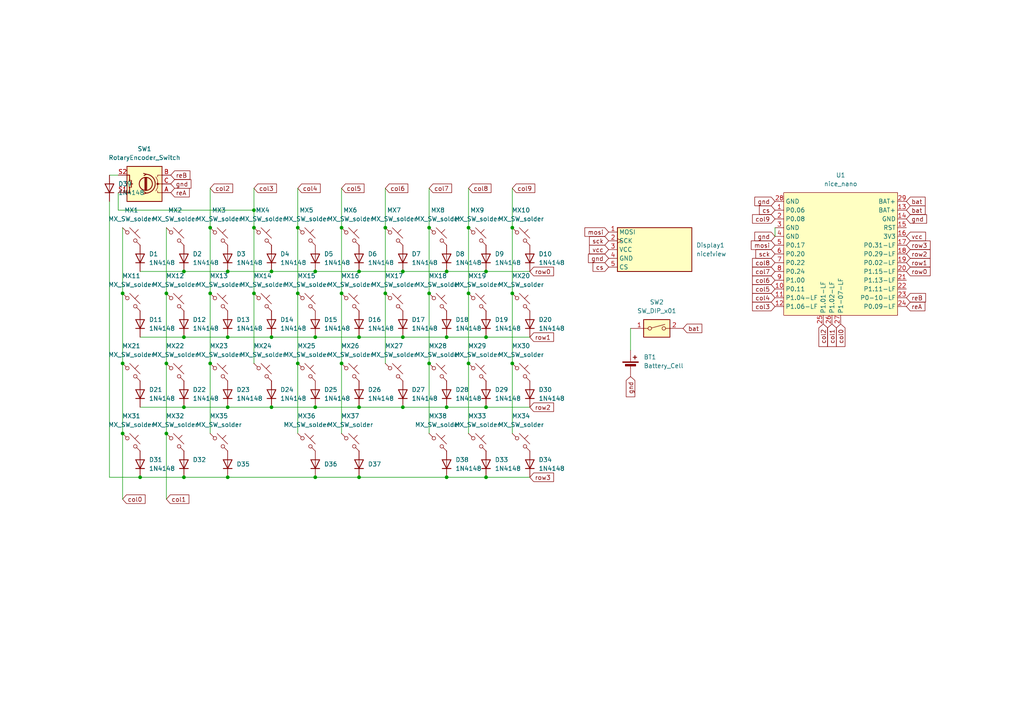
<source format=kicad_sch>
(kicad_sch (version 20230121) (generator eeschema)
  (paper "A4")
  (lib_symbols
    (symbol "Device:Battery_Cell" (pin_numbers hide) (pin_names (offset 0) hide)
      (property "Reference" "BT" (at 2.54 2.54 0))
      (property "Value" "Battery_Cell" (at 2.54 0 0))
      (symbol "Battery_Cell_0_1"
        (rectangle (start -2.286 1.778) (end 2.286 1.524) (fill (type outline)))
        (rectangle (start -1.524 1.016) (end 1.524 0.508) (fill (type outline)))
        (polyline (pts (xy 0 0.762) (xy 0 0)))
        (polyline (pts (xy 0 1.778) (xy 0 2.54)))
        (polyline (pts (xy 0.762 3.048) (xy 1.778 3.048)) (stroke (width 0.254)))
        (polyline (pts (xy 1.27 3.556) (xy 1.27 2.54)) (stroke (width 0.254)))
      )
      (symbol "Battery_Cell_1_1"
        (pin passive line (at 0 5.08 270) (length 2.54) (name "+") (number "1"))
        (pin passive line (at 0 -2.54 90) (length 2.54) (name "-") (number "2"))
      )
    )
    (symbol "Device:RotaryEncoder_Switch" (pin_names (offset 0.254) hide)
      (property "Reference" "SW" (at 0 6.604 0))
      (property "Value" "RotaryEncoder_Switch" (at 0 -6.604 0))
      (symbol "RotaryEncoder_Switch_0_1"
        (rectangle (start -5.08 5.08) (end 5.08 -5.08) (stroke (width 0.254)) (fill (type background)))
        (circle (center -3.81 0) (radius 0.254) (fill (type outline)))
        (circle (center -0.381 0) (radius 1.905) (stroke (width 0.254)))
        (arc (start -0.381 2.667) (mid -3.0988 -0.0635) (end -0.381 -2.794) (stroke (width 0.254)))
        (polyline (pts (xy -0.635 -1.778) (xy -0.635 1.778)) (stroke (width 0.254)))
        (polyline (pts (xy -0.381 -1.778) (xy -0.381 1.778)) (stroke (width 0.254)))
        (polyline (pts (xy -0.127 1.778) (xy -0.127 -1.778)) (stroke (width 0.254)))
        (polyline (pts (xy 3.81 0) (xy 3.429 0)) (stroke (width 0.254)))
        (polyline (pts (xy 3.81 1.016) (xy 3.81 -1.016)) (stroke (width 0.254)))
        (polyline (pts (xy -5.08 -2.54) (xy -3.81 -2.54) (xy -3.81 -2.032)))
        (polyline (pts (xy -5.08 2.54) (xy -3.81 2.54) (xy -3.81 2.032)))
        (polyline (pts (xy 0.254 -3.048) (xy -0.508 -2.794) (xy 0.127 -2.413)) (stroke (width 0.254)))
        (polyline (pts (xy 0.254 2.921) (xy -0.508 2.667) (xy 0.127 2.286)) (stroke (width 0.254)))
        (polyline (pts (xy 5.08 -2.54) (xy 4.318 -2.54) (xy 4.318 -1.016)) (stroke (width 0.254)))
        (polyline (pts (xy 5.08 2.54) (xy 4.318 2.54) (xy 4.318 1.016)) (stroke (width 0.254)))
        (polyline (pts (xy -5.08 0) (xy -3.81 0) (xy -3.81 -1.016) (xy -3.302 -2.032)))
        (polyline (pts (xy -4.318 0) (xy -3.81 0) (xy -3.81 1.016) (xy -3.302 2.032)))
        (circle (center 4.318 -1.016) (radius 0.127) (stroke (width 0.254)))
        (circle (center 4.318 1.016) (radius 0.127) (stroke (width 0.254)))
      )
      (symbol "RotaryEncoder_Switch_1_1"
        (pin passive line (at -7.62 2.54 0) (length 2.54) (name "A") (number "A"))
        (pin passive line (at -7.62 -2.54 0) (length 2.54) (name "B") (number "B"))
        (pin passive line (at -7.62 0 0) (length 2.54) (name "C") (number "C"))
        (pin passive line (at 7.62 2.54 180) (length 2.54) (name "S1") (number "S1"))
        (pin passive line (at 7.62 -2.54 180) (length 2.54) (name "S2") (number "S2"))
      )
    )
    (symbol "Diode:1N4148" (pin_numbers hide) (pin_names hide)
      (property "Reference" "D" (at 0 2.54 0))
      (property "Value" "1N4148" (at 0 -2.54 0))
      (symbol "1N4148_0_1"
        (polyline (pts (xy -1.27 1.27) (xy -1.27 -1.27)) (stroke (width 0.254)))
        (polyline (pts (xy 1.27 0) (xy -1.27 0)))
        (polyline (pts (xy 1.27 1.27) (xy 1.27 -1.27) (xy -1.27 0) (xy 1.27 1.27)) (stroke (width 0.254)))
      )
      (symbol "1N4148_1_1"
        (pin passive line (at -3.81 0 0) (length 2.54) (name "K") (number "1"))
        (pin passive line (at 3.81 0 180) (length 2.54) (name "A") (number "2"))
      )
    )
    (symbol "PCM_marbastlib-mx:MX_SW_solder" (pin_numbers hide) (pin_names (offset 1.016) hide)
      (property "Reference" "MX" (at 3.048 1.016 0))
      (property "Value" "MX_SW_solder" (at 0 -3.81 0))
      (symbol "MX_SW_solder_0_1"
        (circle (center -1.1684 1.1684) (radius 0.508))
        (polyline (pts (xy -0.508 2.54) (xy 2.54 -0.508)))
        (polyline (pts (xy 1.016 1.016) (xy 2.032 2.032)))
        (polyline (pts (xy -2.54 2.54) (xy -1.524 1.524) (xy -1.524 1.524)))
        (polyline (pts (xy 1.524 -1.524) (xy 2.54 -2.54) (xy 2.54 -2.54) (xy 2.54 -2.54)))
        (circle (center 1.143 -1.1938) (radius 0.508))
        (pin passive line (at -2.54 2.54 0) (length 0) (name "1") (number "1"))
        (pin passive line (at 2.54 -2.54 180) (length 0) (name "2") (number "2"))
      )
    )
    (symbol "PCM_marbastlib-promicroish:nice_nano" (in_bom no)
      (property "Reference" "U" (at 0 22.86 0))
      (property "Value" "nice_nano" (at 0 20.32 0))
      (symbol "nice_nano_0_0"
        (pin bidirectional line (at -19.05 13.97 0) (length 2.54) (name "P0.06") (number "1"))
        (pin bidirectional line (at -19.05 -8.89 0) (length 2.54) (name "P0.11") (number "10"))
        (pin bidirectional line (at -19.05 -11.43 0) (length 2.54) (name "P1.04-LF") (number "11"))
        (pin bidirectional line (at -19.05 -13.97 0) (length 2.54) (name "P1.06-LF") (number "12"))
        (pin power_out line (at 19.05 11.43 180) (length 2.54) (name "GND") (number "14"))
        (pin bidirectional line (at 19.05 8.89 180) (length 2.54) (name "RST") (number "15"))
        (pin bidirectional line (at 19.05 3.81 180) (length 2.54) (name "P0.31-LF") (number "17"))
        (pin bidirectional line (at 19.05 1.27 180) (length 2.54) (name "P0.29-LF") (number "18"))
        (pin bidirectional line (at 19.05 -1.27 180) (length 2.54) (name "P0.02-LF") (number "19"))
        (pin bidirectional line (at -19.05 11.43 0) (length 2.54) (name "P0.08") (number "2"))
        (pin bidirectional line (at 19.05 -3.81 180) (length 2.54) (name "P1.15-LF") (number "20"))
        (pin bidirectional line (at 19.05 -6.35 180) (length 2.54) (name "P1.13-LF") (number "21"))
        (pin bidirectional line (at 19.05 -8.89 180) (length 2.54) (name "P1.11-LF") (number "22"))
        (pin bidirectional line (at 19.05 -11.43 180) (length 2.54) (name "P0-10-LF") (number "23"))
        (pin bidirectional line (at 19.05 -13.97 180) (length 2.54) (name "P0.09-LF") (number "24"))
        (pin power_out line (at -19.05 8.89 0) (length 2.54) (name "GND") (number "3"))
        (pin power_out line (at -19.05 6.35 0) (length 2.54) (name "GND") (number "4"))
        (pin bidirectional line (at -19.05 3.81 0) (length 2.54) (name "P0.17") (number "5"))
        (pin bidirectional line (at -19.05 1.27 0) (length 2.54) (name "P0.20") (number "6"))
        (pin bidirectional line (at -19.05 -1.27 0) (length 2.54) (name "P0.22") (number "7"))
        (pin bidirectional line (at -19.05 -3.81 0) (length 2.54) (name "P0.24") (number "8"))
        (pin bidirectional line (at -19.05 -6.35 0) (length 2.54) (name "P1.00") (number "9"))
      )
      (symbol "nice_nano_1_0"
        (pin power_out line (at 19.05 13.97 180) (length 2.54) (name "BAT+") (number "13"))
        (pin power_out line (at 19.05 6.35 180) (length 2.54) (name "3V3") (number "16"))
        (pin bidirectional line (at -5.08 -19.05 90) (length 2.54) (name "P1.01-LF") (number "25"))
        (pin bidirectional line (at -2.54 -19.05 90) (length 2.54) (name "P1.02-LF") (number "26"))
        (pin bidirectional line (at 0 -19.05 90) (length 2.54) (name "P1-07-LF") (number "27"))
        (pin power_out line (at -19.05 16.51 0) (length 2.54) (name "GND") (number "28"))
        (pin power_out line (at 19.05 16.51 180) (length 2.54) (name "BAT+") (number "29"))
      )
      (symbol "nice_nano_1_1"
        (rectangle (start -16.51 19.05) (end 16.51 -16.51) (fill (type background)))
      )
    )
    (symbol "Switch:SW_DIP_x01" (pin_names (offset 0) hide)
      (property "Reference" "SW" (at 0 3.81 0))
      (property "Value" "SW_DIP_x01" (at 0 -3.81 0))
      (symbol "SW_DIP_x01_0_0"
        (circle (center -2.032 0) (radius 0.508))
        (polyline (pts (xy -1.524 0.127) (xy 2.3622 1.1684)))
        (circle (center 2.032 0) (radius 0.508))
      )
      (symbol "SW_DIP_x01_0_1"
        (rectangle (start -3.81 2.54) (end 3.81 -2.54) (stroke (width 0.254)) (fill (type background)))
      )
      (symbol "SW_DIP_x01_1_1"
        (pin passive line (at -7.62 0 0) (length 5.08) (name "~") (number "1"))
        (pin passive line (at 7.62 0 180) (length 5.08) (name "~") (number "2"))
      )
    )
    (symbol "nice_view:nice!view"
      (property "Reference" "Display" (at 0 12.7 0))
      (property "Value" "nice!view" (at 0 0 0))
      (symbol "nice!view_0_1"
        (rectangle (start -6.35 11.43) (end 6.35 -10.16) (stroke (width 0.254)) (fill (type background)))
      )
      (symbol "nice!view_1_1"
        (pin input line (at -5.08 -12.7 90) (length 2.54) (name "MOSI") (number "1"))
        (pin input clock (at -2.54 -12.7 90) (length 2.54) (name "SCK") (number "2"))
        (pin power_in line (at 0 -12.7 90) (length 2.54) (name "VCC") (number "3"))
        (pin power_out line (at 2.54 -12.7 90) (length 2.54) (name "GND") (number "4"))
        (pin passive line (at 5.08 -12.7 90) (length 2.54) (name "CS") (number "5"))
      )
    )
  )
  (junction (at 73.66 85.09))
  (junction (at 124.46 85.09))
  (junction (at 124.46 66.04))
  (junction (at 60.96 66.04))
  (junction (at 40.64 138.43))
  (junction (at 116.84 118.11))
  (junction (at 104.14 78.74))
  (junction (at 140.97 97.79))
  (junction (at 78.74 78.74))
  (junction (at 60.96 85.09))
  (junction (at 140.97 138.43))
  (junction (at 148.59 85.09))
  (junction (at 48.26 85.09))
  (junction (at 135.89 66.04))
  (junction (at 66.04 97.79))
  (junction (at 135.89 85.09))
  (junction (at 135.89 105.41))
  (junction (at 86.36 66.04))
  (junction (at 111.76 85.09))
  (junction (at 35.56 105.41))
  (junction (at 91.44 97.79))
  (junction (at 66.04 118.11))
  (junction (at 140.97 78.74))
  (junction (at 53.34 118.11))
  (junction (at 35.56 85.09))
  (junction (at 53.34 138.43))
  (junction (at 48.26 105.41))
  (junction (at 116.84 78.74))
  (junction (at 66.04 78.74))
  (junction (at 104.14 138.43))
  (junction (at 111.76 66.04))
  (junction (at 104.14 118.11))
  (junction (at 53.34 97.79))
  (junction (at 48.26 125.73))
  (junction (at 86.36 105.41))
  (junction (at 78.74 97.79))
  (junction (at 73.66 60.96))
  (junction (at 91.44 78.74))
  (junction (at 60.96 105.41))
  (junction (at 140.97 118.11))
  (junction (at 129.54 97.79))
  (junction (at 129.54 118.11))
  (junction (at 116.84 97.79))
  (junction (at 91.44 138.43))
  (junction (at 99.06 66.04))
  (junction (at 99.06 85.09))
  (junction (at 66.04 138.43))
  (junction (at 124.46 105.41))
  (junction (at 104.14 97.79))
  (junction (at 91.44 118.11))
  (junction (at 148.59 66.04))
  (junction (at 53.34 78.74))
  (junction (at 99.06 105.41))
  (junction (at 73.66 66.04))
  (junction (at 86.36 85.09))
  (junction (at 129.54 78.74))
  (junction (at 129.54 138.43))
  (junction (at 78.74 118.11))
  (junction (at 35.56 125.73))
  (junction (at 148.59 105.41))
  (wire (pts (xy 73.66 85.09) (xy 73.66 105.41)))
  (wire (pts (xy 66.04 138.43) (xy 91.44 138.43)))
  (wire (pts (xy 124.46 54.61) (xy 124.46 66.04)))
  (wire (pts (xy 124.46 105.41) (xy 124.46 125.73)))
  (wire (pts (xy 129.54 97.79) (xy 140.97 97.79)))
  (wire (pts (xy 86.36 85.09) (xy 86.36 105.41)))
  (wire (pts (xy 224.79 66.04) (xy 224.79 68.58)))
  (wire (pts (xy 48.26 125.73) (xy 48.26 144.78)))
  (wire (pts (xy 111.76 54.61) (xy 111.76 66.04)))
  (wire (pts (xy 48.26 66.04) (xy 48.26 85.09)))
  (wire (pts (xy 104.14 138.43) (xy 129.54 138.43)))
  (wire (pts (xy 148.59 85.09) (xy 148.59 105.41)))
  (wire (pts (xy 35.56 105.41) (xy 35.56 125.73)))
  (wire (pts (xy 104.14 118.11) (xy 116.84 118.11)))
  (wire (pts (xy 86.36 54.61) (xy 86.36 66.04)))
  (wire (pts (xy 73.66 60.96) (xy 73.66 66.04)))
  (wire (pts (xy 66.04 78.74) (xy 78.74 78.74)))
  (wire (pts (xy 78.74 118.11) (xy 91.44 118.11)))
  (wire (pts (xy 140.97 138.43) (xy 153.67 138.43)))
  (wire (pts (xy 129.54 78.74) (xy 140.97 78.74)))
  (wire (pts (xy 53.34 97.79) (xy 66.04 97.79)))
  (wire (pts (xy 34.29 60.96) (xy 73.66 60.96)))
  (wire (pts (xy 91.44 97.79) (xy 104.14 97.79)))
  (wire (pts (xy 53.34 78.74) (xy 66.04 78.74)))
  (wire (pts (xy 86.36 105.41) (xy 86.36 125.73)))
  (wire (pts (xy 34.29 55.88) (xy 34.29 60.96)))
  (wire (pts (xy 48.26 85.09) (xy 48.26 105.41)))
  (wire (pts (xy 135.89 105.41) (xy 135.89 125.73)))
  (wire (pts (xy 91.44 138.43) (xy 104.14 138.43)))
  (wire (pts (xy 140.97 118.11) (xy 153.67 118.11)))
  (wire (pts (xy 99.06 54.61) (xy 99.06 66.04)))
  (wire (pts (xy 73.66 66.04) (xy 73.66 85.09)))
  (wire (pts (xy 111.76 85.09) (xy 111.76 105.41)))
  (wire (pts (xy 60.96 85.09) (xy 60.96 105.41)))
  (wire (pts (xy 104.14 97.79) (xy 116.84 97.79)))
  (wire (pts (xy 48.26 105.41) (xy 48.26 125.73)))
  (wire (pts (xy 111.76 66.04) (xy 111.76 85.09)))
  (wire (pts (xy 91.44 118.11) (xy 104.14 118.11)))
  (wire (pts (xy 53.34 118.11) (xy 66.04 118.11)))
  (wire (pts (xy 78.74 97.79) (xy 91.44 97.79)))
  (wire (pts (xy 99.06 85.09) (xy 99.06 105.41)))
  (wire (pts (xy 99.06 105.41) (xy 99.06 125.73)))
  (wire (pts (xy 60.96 105.41) (xy 60.96 125.73)))
  (wire (pts (xy 182.88 95.25) (xy 182.88 101.6)))
  (wire (pts (xy 124.46 66.04) (xy 124.46 85.09)))
  (wire (pts (xy 116.84 97.79) (xy 129.54 97.79)))
  (wire (pts (xy 40.64 118.11) (xy 53.34 118.11)))
  (wire (pts (xy 116.84 118.11) (xy 129.54 118.11)))
  (wire (pts (xy 60.96 54.61) (xy 60.96 66.04)))
  (wire (pts (xy 148.59 54.61) (xy 148.59 66.04)))
  (wire (pts (xy 124.46 85.09) (xy 124.46 105.41)))
  (wire (pts (xy 104.14 78.74) (xy 116.84 78.74)))
  (wire (pts (xy 99.06 66.04) (xy 99.06 85.09)))
  (wire (pts (xy 135.89 85.09) (xy 135.89 105.41)))
  (wire (pts (xy 148.59 66.04) (xy 148.59 85.09)))
  (wire (pts (xy 34.29 50.8) (xy 31.75 50.8)))
  (wire (pts (xy 66.04 118.11) (xy 78.74 118.11)))
  (wire (pts (xy 40.64 138.43) (xy 53.34 138.43)))
  (wire (pts (xy 116.84 78.74) (xy 129.54 78.74)))
  (wire (pts (xy 135.89 54.61) (xy 135.89 66.04)))
  (wire (pts (xy 129.54 118.11) (xy 140.97 118.11)))
  (wire (pts (xy 129.54 138.43) (xy 140.97 138.43)))
  (wire (pts (xy 140.97 78.74) (xy 153.67 78.74)))
  (wire (pts (xy 40.64 78.74) (xy 53.34 78.74)))
  (wire (pts (xy 31.75 58.42) (xy 31.75 138.43)))
  (wire (pts (xy 140.97 97.79) (xy 153.67 97.79)))
  (wire (pts (xy 35.56 66.04) (xy 35.56 85.09)))
  (wire (pts (xy 31.75 138.43) (xy 40.64 138.43)))
  (wire (pts (xy 35.56 125.73) (xy 35.56 144.78)))
  (wire (pts (xy 135.89 66.04) (xy 135.89 85.09)))
  (wire (pts (xy 60.96 66.04) (xy 60.96 85.09)))
  (wire (pts (xy 66.04 97.79) (xy 78.74 97.79)))
  (wire (pts (xy 53.34 138.43) (xy 66.04 138.43)))
  (wire (pts (xy 40.64 97.79) (xy 53.34 97.79)))
  (wire (pts (xy 91.44 78.74) (xy 104.14 78.74)))
  (wire (pts (xy 148.59 105.41) (xy 148.59 125.73)))
  (wire (pts (xy 78.74 78.74) (xy 91.44 78.74)))
  (wire (pts (xy 73.66 54.61) (xy 73.66 60.96)))
  (wire (pts (xy 86.36 66.04) (xy 86.36 85.09)))
  (wire (pts (xy 35.56 85.09) (xy 35.56 105.41)))
  (global_label "gnd" (shape input) (at 182.88 109.22 270) (property "Intersheetrefs" "${INTERSHEET_REFS}" (effects hide)))
  (global_label "gnd" (shape input) (at 262.89 63.5 0) (property "Intersheetrefs" "${INTERSHEET_REFS}" (effects hide)))
  (global_label "col3" (shape input) (at 73.66 54.61 0) (property "Intersheetrefs" "${INTERSHEET_REFS}" (effects hide)))
  (global_label "col6" (shape input) (at 224.79 81.28 180) (property "Intersheetrefs" "${INTERSHEET_REFS}" (effects hide)))
  (global_label "row2" (shape input) (at 153.67 118.11 0) (property "Intersheetrefs" "${INTERSHEET_REFS}" (effects hide)))
  (global_label "vcc" (shape input) (at 262.89 68.58 0) (property "Intersheetrefs" "${INTERSHEET_REFS}" (effects hide)))
  (global_label "sck" (shape input) (at 176.53 69.85 180) (property "Intersheetrefs" "${INTERSHEET_REFS}" (effects hide)))
  (global_label "row1" (shape input) (at 153.67 97.79 0) (property "Intersheetrefs" "${INTERSHEET_REFS}" (effects hide)))
  (global_label "cs" (shape input) (at 224.79 60.96 180) (property "Intersheetrefs" "${INTERSHEET_REFS}" (effects hide)))
  (global_label "col0" (shape input) (at 243.84 93.98 270) (property "Intersheetrefs" "${INTERSHEET_REFS}" (effects hide)))
  (global_label "mosi" (shape input) (at 224.79 71.12 180) (property "Intersheetrefs" "${INTERSHEET_REFS}" (effects hide)))
  (global_label "reB" (shape input) (at 262.89 86.36 0) (property "Intersheetrefs" "${INTERSHEET_REFS}" (effects hide)))
  (global_label "gnd" (shape input) (at 49.53 53.34 0) (property "Intersheetrefs" "${INTERSHEET_REFS}" (effects hide)))
  (global_label "vcc" (shape input) (at 176.53 72.39 180) (property "Intersheetrefs" "${INTERSHEET_REFS}" (effects hide)))
  (global_label "col2" (shape input) (at 60.96 54.61 0) (property "Intersheetrefs" "${INTERSHEET_REFS}" (effects hide)))
  (global_label "row3" (shape input) (at 153.67 138.43 0) (property "Intersheetrefs" "${INTERSHEET_REFS}" (effects hide)))
  (global_label "col7" (shape input) (at 124.46 54.61 0) (property "Intersheetrefs" "${INTERSHEET_REFS}" (effects hide)))
  (global_label "col9" (shape input) (at 148.59 54.61 0) (property "Intersheetrefs" "${INTERSHEET_REFS}" (effects hide)))
  (global_label "row2" (shape input) (at 262.89 73.66 0) (property "Intersheetrefs" "${INTERSHEET_REFS}" (effects hide)))
  (global_label "col4" (shape input) (at 224.79 86.36 180) (property "Intersheetrefs" "${INTERSHEET_REFS}" (effects hide)))
  (global_label "gnd" (shape input) (at 224.79 68.58 180) (property "Intersheetrefs" "${INTERSHEET_REFS}" (effects hide)))
  (global_label "bat" (shape input) (at 198.12 95.25 0) (property "Intersheetrefs" "${INTERSHEET_REFS}" (effects hide)))
  (global_label "col2" (shape input) (at 238.76 93.98 270) (property "Intersheetrefs" "${INTERSHEET_REFS}" (effects hide)))
  (global_label "cs" (shape input) (at 176.53 77.47 180) (property "Intersheetrefs" "${INTERSHEET_REFS}" (effects hide)))
  (global_label "col1" (shape input) (at 241.3 93.98 270) (property "Intersheetrefs" "${INTERSHEET_REFS}" (effects hide)))
  (global_label "col4" (shape input) (at 86.36 54.61 0) (property "Intersheetrefs" "${INTERSHEET_REFS}" (effects hide)))
  (global_label "col8" (shape input) (at 135.89 54.61 0) (property "Intersheetrefs" "${INTERSHEET_REFS}" (effects hide)))
  (global_label "mosi" (shape input) (at 176.53 67.31 180) (property "Intersheetrefs" "${INTERSHEET_REFS}" (effects hide)))
  (global_label "reA" (shape input) (at 49.53 55.88 0) (property "Intersheetrefs" "${INTERSHEET_REFS}" (effects hide)))
  (global_label "bat" (shape input) (at 262.89 58.42 0) (property "Intersheetrefs" "${INTERSHEET_REFS}" (effects hide)))
  (global_label "col0" (shape input) (at 35.56 144.78 0) (property "Intersheetrefs" "${INTERSHEET_REFS}" (effects hide)))
  (global_label "reB" (shape input) (at 49.53 50.8 0) (property "Intersheetrefs" "${INTERSHEET_REFS}" (effects hide)))
  (global_label "col7" (shape input) (at 224.79 78.74 180) (property "Intersheetrefs" "${INTERSHEET_REFS}" (effects hide)))
  (global_label "col3" (shape input) (at 224.79 88.9 180) (property "Intersheetrefs" "${INTERSHEET_REFS}" (effects hide)))
  (global_label "sck" (shape input) (at 224.79 73.66 180) (property "Intersheetrefs" "${INTERSHEET_REFS}" (effects hide)))
  (global_label "row0" (shape input) (at 153.67 78.74 0) (property "Intersheetrefs" "${INTERSHEET_REFS}" (effects hide)))
  (global_label "col5" (shape input) (at 224.79 83.82 180) (property "Intersheetrefs" "${INTERSHEET_REFS}" (effects hide)))
  (global_label "col6" (shape input) (at 111.76 54.61 0) (property "Intersheetrefs" "${INTERSHEET_REFS}" (effects hide)))
  (global_label "gnd" (shape input) (at 224.79 58.42 180) (property "Intersheetrefs" "${INTERSHEET_REFS}" (effects hide)))
  (global_label "row1" (shape input) (at 262.89 76.2 0) (property "Intersheetrefs" "${INTERSHEET_REFS}" (effects hide)))
  (global_label "reA" (shape input) (at 262.89 88.9 0) (property "Intersheetrefs" "${INTERSHEET_REFS}" (effects hide)))
  (global_label "col1" (shape input) (at 48.26 144.78 0) (property "Intersheetrefs" "${INTERSHEET_REFS}" (effects hide)))
  (global_label "gnd" (shape input) (at 176.53 74.93 180) (property "Intersheetrefs" "${INTERSHEET_REFS}" (effects hide)))
  (global_label "row3" (shape input) (at 262.89 71.12 0) (property "Intersheetrefs" "${INTERSHEET_REFS}" (effects hide)))
  (global_label "bat" (shape input) (at 262.89 60.96 0) (property "Intersheetrefs" "${INTERSHEET_REFS}" (effects hide)))
  (global_label "col5" (shape input) (at 99.06 54.61 0) (property "Intersheetrefs" "${INTERSHEET_REFS}" (effects hide)))
  (global_label "row0" (shape input) (at 262.89 78.74 0) (property "Intersheetrefs" "${INTERSHEET_REFS}" (effects hide)))
  (global_label "col9" (shape input) (at 224.79 63.5 180) (property "Intersheetrefs" "${INTERSHEET_REFS}" (effects hide)))
  (global_label "col8" (shape input) (at 224.79 76.2 180) (property "Intersheetrefs" "${INTERSHEET_REFS}" (effects hide)))
  (symbol (lib_id "Diode:1N4148") (at 91.44 74.93 90) (unit 1)
    (property "Reference" "D5" (at 93.98 73.66 90) (effects (justify right)))
    (property "Value" "1N4148" (at 93.98 76.2 90) (effects (justify right)))
    (property "Footprint" "Kicad footprints:D_SOD-123 invisible designator" (effects hide))
    (property "Datasheet" "https://assets.nexperia.com/documents/data-sheet/1N4148_1N4448.pdf" (effects hide))
    (property "Sim.Device" "D" (effects hide))
    (property "Sim.Pins" "1=K 2=A" (effects hide))
  )
  (symbol (lib_id "Diode:1N4148") (at 66.04 134.62 90) (unit 1)
    (property "Reference" "D35" (at 68.58 134.62 90) (effects (justify right)))
    (property "Value" "1N4148" (effects hide))
    (property "Footprint" "Kicad footprints:D_SOD-123 invisible designator" (effects hide))
    (property "Datasheet" "https://assets.nexperia.com/documents/data-sheet/1N4148_1N4448.pdf" (effects hide))
    (property "Sim.Device" "D" (effects hide))
    (property "Sim.Pins" "1=K 2=A" (effects hide))
  )
  (symbol (lib_id "PCM_marbastlib-mx:MX_SW_solder") (at 101.6 68.58 0) (unit 1)
    (property "Reference" "MX6" (at 101.6 60.96 0))
    (property "Value" "MX_SW_solder" (at 101.6 63.5 0))
    (property "Footprint" "Kicad footprints:gateron-ks27" (effects hide))
  )
  (symbol (lib_id "PCM_marbastlib-mx:MX_SW_solder") (at 63.5 68.58 0) (unit 1)
    (property "Reference" "MX3" (at 63.5 60.96 0))
    (property "Value" "MX_SW_solder" (at 63.5 63.5 0))
    (property "Footprint" "Kicad footprints:gateron-ks27" (effects hide))
  )
  (symbol (lib_id "Diode:1N4148") (at 91.44 134.62 90) (unit 1)
    (property "Reference" "D36" (at 93.98 134.62 90) (effects (justify right)))
    (property "Value" "1N4148" (effects hide))
    (property "Footprint" "Kicad footprints:D_SOD-123 invisible designator" (effects hide))
    (property "Datasheet" "https://assets.nexperia.com/documents/data-sheet/1N4148_1N4448.pdf" (effects hide))
    (property "Sim.Device" "D" (effects hide))
    (property "Sim.Pins" "1=K 2=A" (effects hide))
  )
  (symbol (lib_id "PCM_marbastlib-mx:MX_SW_solder") (at 50.8 87.63 0) (unit 1)
    (property "Reference" "MX12" (at 50.8 80.01 0))
    (property "Value" "MX_SW_solder" (at 50.8 82.55 0))
    (property "Footprint" "Kicad footprints:gateron-ks27" (effects hide))
  )
  (symbol (lib_id "PCM_marbastlib-mx:MX_SW_solder") (at 88.9 68.58 0) (unit 1)
    (property "Reference" "MX5" (at 88.9 60.96 0))
    (property "Value" "MX_SW_solder" (at 88.9 63.5 0))
    (property "Footprint" "Kicad footprints:gateron-ks27" (effects hide))
  )
  (symbol (lib_id "PCM_marbastlib-mx:MX_SW_solder") (at 50.8 107.95 0) (unit 1)
    (property "Reference" "MX22" (at 50.8 100.33 0))
    (property "Value" "MX_SW_solder" (at 50.8 102.87 0))
    (property "Footprint" "Kicad footprints:gateron-ks27" (effects hide))
  )
  (symbol (lib_id "Diode:1N4148") (at 31.75 54.61 90) (unit 1)
    (property "Reference" "D39" (at 34.29 53.34 90) (effects (justify right)))
    (property "Value" "1N4148" (at 34.29 55.88 90) (effects (justify right)))
    (property "Footprint" "Kicad footprints:D_SOD-123 invisible designator" (effects hide))
    (property "Datasheet" "https://assets.nexperia.com/documents/data-sheet/1N4148_1N4448.pdf" (effects hide))
    (property "Sim.Device" "D" (effects hide))
    (property "Sim.Pins" "1=K 2=A" (effects hide))
  )
  (symbol (lib_id "PCM_marbastlib-mx:MX_SW_solder") (at 76.2 107.95 0) (unit 1)
    (property "Reference" "MX24" (at 76.2 100.33 0))
    (property "Value" "MX_SW_solder" (at 76.2 102.87 0))
    (property "Footprint" "Kicad footprints:gateron-ks27" (effects hide))
  )
  (symbol (lib_id "PCM_marbastlib-mx:MX_SW_solder") (at 76.2 68.58 0) (unit 1)
    (property "Reference" "MX4" (at 76.2 60.96 0))
    (property "Value" "MX_SW_solder" (at 76.2 63.5 0))
    (property "Footprint" "Kicad footprints:gateron-ks27" (effects hide))
  )
  (symbol (lib_id "Diode:1N4148") (at 153.67 74.93 90) (unit 1)
    (property "Reference" "D10" (at 156.21 73.66 90) (effects (justify right)))
    (property "Value" "1N4148" (at 156.21 76.2 90) (effects (justify right)))
    (property "Footprint" "Kicad footprints:D_SOD-123 invisible designator" (effects hide))
    (property "Datasheet" "https://assets.nexperia.com/documents/data-sheet/1N4148_1N4448.pdf" (effects hide))
    (property "Sim.Device" "D" (effects hide))
    (property "Sim.Pins" "1=K 2=A" (effects hide))
  )
  (symbol (lib_id "PCM_marbastlib-mx:MX_SW_solder") (at 50.8 128.27 0) (unit 1)
    (property "Reference" "MX32" (at 50.8 120.65 0))
    (property "Value" "MX_SW_solder" (at 50.8 123.19 0))
    (property "Footprint" "Kicad footprints:gateron-ks27" (effects hide))
  )
  (symbol (lib_id "Diode:1N4148") (at 116.84 93.98 90) (unit 1)
    (property "Reference" "D17" (at 119.38 92.71 90) (effects (justify right)))
    (property "Value" "1N4148" (at 119.38 95.25 90) (effects (justify right)))
    (property "Footprint" "Kicad footprints:D_SOD-123 invisible designator" (effects hide))
    (property "Datasheet" "https://assets.nexperia.com/documents/data-sheet/1N4148_1N4448.pdf" (effects hide))
    (property "Sim.Device" "D" (effects hide))
    (property "Sim.Pins" "1=K 2=A" (effects hide))
  )
  (symbol (lib_id "Diode:1N4148") (at 104.14 114.3 90) (unit 1)
    (property "Reference" "D26" (at 106.68 113.03 90) (effects (justify right)))
    (property "Value" "1N4148" (at 106.68 115.57 90) (effects (justify right)))
    (property "Footprint" "Kicad footprints:D_SOD-123 invisible designator" (effects hide))
    (property "Datasheet" "https://assets.nexperia.com/documents/data-sheet/1N4148_1N4448.pdf" (effects hide))
    (property "Sim.Device" "D" (effects hide))
    (property "Sim.Pins" "1=K 2=A" (effects hide))
  )
  (symbol (lib_id "Diode:1N4148") (at 140.97 134.62 90) (unit 1)
    (property "Reference" "D33" (at 143.51 133.35 90) (effects (justify right)))
    (property "Value" "1N4148" (at 143.51 135.89 90) (effects (justify right)))
    (property "Footprint" "Kicad footprints:D_SOD-123 invisible designator" (effects hide))
    (property "Datasheet" "https://assets.nexperia.com/documents/data-sheet/1N4148_1N4448.pdf" (effects hide))
    (property "Sim.Device" "D" (effects hide))
    (property "Sim.Pins" "1=K 2=A" (effects hide))
  )
  (symbol (lib_id "Diode:1N4148") (at 66.04 74.93 90) (unit 1)
    (property "Reference" "D3" (at 68.58 73.66 90) (effects (justify right)))
    (property "Value" "1N4148" (at 68.58 76.2 90) (effects (justify right)))
    (property "Footprint" "Kicad footprints:D_SOD-123 invisible designator" (effects hide))
    (property "Datasheet" "https://assets.nexperia.com/documents/data-sheet/1N4148_1N4448.pdf" (effects hide))
    (property "Sim.Device" "D" (effects hide))
    (property "Sim.Pins" "1=K 2=A" (effects hide))
  )
  (symbol (lib_id "PCM_marbastlib-mx:MX_SW_solder") (at 127 128.27 0) (unit 1)
    (property "Reference" "MX38" (at 127 120.65 0))
    (property "Value" "MX_SW_solder" (at 127 123.19 0))
    (property "Footprint" "Kicad footprints:gateron-ks27" (effects hide))
  )
  (symbol (lib_id "PCM_marbastlib-mx:MX_SW_solder") (at 101.6 128.27 0) (unit 1)
    (property "Reference" "MX37" (at 101.6 120.65 0))
    (property "Value" "MX_SW_solder" (at 101.6 123.19 0))
    (property "Footprint" "Kicad footprints:gateron-ks27-1.75u" (effects hide))
  )
  (symbol (lib_id "PCM_marbastlib-mx:MX_SW_solder") (at 88.9 128.27 0) (unit 1)
    (property "Reference" "MX36" (at 88.9 120.65 0))
    (property "Value" "MX_SW_solder" (at 88.9 123.19 0))
    (property "Footprint" "Kicad footprints:gateron-ks27-1.75u" (effects hide))
  )
  (symbol (lib_id "PCM_marbastlib-mx:MX_SW_solder") (at 114.3 87.63 0) (unit 1)
    (property "Reference" "MX17" (at 114.3 80.01 0))
    (property "Value" "MX_SW_solder" (at 114.3 82.55 0))
    (property "Footprint" "Kicad footprints:gateron-ks27" (effects hide))
  )
  (symbol (lib_id "Diode:1N4148") (at 78.74 74.93 90) (unit 1)
    (property "Reference" "D4" (at 81.28 73.66 90) (effects (justify right)))
    (property "Value" "1N4148" (at 81.28 76.2 90) (effects (justify right)))
    (property "Footprint" "Kicad footprints:D_SOD-123 invisible designator" (effects hide))
    (property "Datasheet" "https://assets.nexperia.com/documents/data-sheet/1N4148_1N4448.pdf" (effects hide))
    (property "Sim.Device" "D" (effects hide))
    (property "Sim.Pins" "1=K 2=A" (effects hide))
  )
  (symbol (lib_id "PCM_marbastlib-mx:MX_SW_solder") (at 151.13 128.27 0) (unit 1)
    (property "Reference" "MX34" (at 151.13 120.65 0))
    (property "Value" "MX_SW_solder" (at 151.13 123.19 0))
    (property "Footprint" "Kicad footprints:gateron-ks27" (effects hide))
  )
  (symbol (lib_id "PCM_marbastlib-mx:MX_SW_solder") (at 114.3 107.95 0) (unit 1)
    (property "Reference" "MX27" (at 114.3 100.33 0))
    (property "Value" "MX_SW_solder" (at 114.3 102.87 0))
    (property "Footprint" "Kicad footprints:gateron-ks27" (effects hide))
  )
  (symbol (lib_id "PCM_marbastlib-mx:MX_SW_solder") (at 127 68.58 0) (unit 1)
    (property "Reference" "MX8" (at 127 60.96 0))
    (property "Value" "MX_SW_solder" (at 127 63.5 0))
    (property "Footprint" "Kicad footprints:gateron-ks27" (effects hide))
  )
  (symbol (lib_id "Diode:1N4148") (at 40.64 114.3 90) (unit 1)
    (property "Reference" "D21" (at 43.18 113.03 90) (effects (justify right)))
    (property "Value" "1N4148" (at 43.18 115.57 90) (effects (justify right)))
    (property "Footprint" "Kicad footprints:D_SOD-123 invisible designator" (effects hide))
    (property "Datasheet" "https://assets.nexperia.com/documents/data-sheet/1N4148_1N4448.pdf" (effects hide))
    (property "Sim.Device" "D" (effects hide))
    (property "Sim.Pins" "1=K 2=A" (effects hide))
  )
  (symbol (lib_id "PCM_marbastlib-mx:MX_SW_solder") (at 76.2 87.63 0) (unit 1)
    (property "Reference" "MX14" (at 76.2 80.01 0))
    (property "Value" "MX_SW_solder" (at 76.2 82.55 0))
    (property "Footprint" "Kicad footprints:gateron-ks27" (effects hide))
  )
  (symbol (lib_id "Diode:1N4148") (at 104.14 134.62 90) (unit 1)
    (property "Reference" "D37" (at 106.68 134.62 90) (effects (justify right)))
    (property "Value" "1N4148" (effects hide))
    (property "Footprint" "Kicad footprints:D_SOD-123 invisible designator" (effects hide))
    (property "Datasheet" "https://assets.nexperia.com/documents/data-sheet/1N4148_1N4448.pdf" (effects hide))
    (property "Sim.Device" "D" (effects hide))
    (property "Sim.Pins" "1=K 2=A" (effects hide))
  )
  (symbol (lib_id "PCM_marbastlib-mx:MX_SW_solder") (at 63.5 128.27 0) (unit 1)
    (property "Reference" "MX35" (at 63.5 120.65 0))
    (property "Value" "MX_SW_solder" (at 63.5 123.19 0))
    (property "Footprint" "Kicad footprints:gateron-ks27" (effects hide))
  )
  (symbol (lib_id "Diode:1N4148") (at 66.04 114.3 90) (unit 1)
    (property "Reference" "D23" (at 68.58 113.03 90) (effects (justify right)))
    (property "Value" "1N4148" (at 68.58 115.57 90) (effects (justify right)))
    (property "Footprint" "Kicad footprints:D_SOD-123 invisible designator" (effects hide))
    (property "Datasheet" "https://assets.nexperia.com/documents/data-sheet/1N4148_1N4448.pdf" (effects hide))
    (property "Sim.Device" "D" (effects hide))
    (property "Sim.Pins" "1=K 2=A" (effects hide))
  )
  (symbol (lib_id "Diode:1N4148") (at 116.84 74.93 90) (unit 1)
    (property "Reference" "D7" (at 119.38 73.66 90) (effects (justify right)))
    (property "Value" "1N4148" (at 119.38 76.2 90) (effects (justify right)))
    (property "Footprint" "Kicad footprints:D_SOD-123 invisible designator" (effects hide))
    (property "Datasheet" "https://assets.nexperia.com/documents/data-sheet/1N4148_1N4448.pdf" (effects hide))
    (property "Sim.Device" "D" (effects hide))
    (property "Sim.Pins" "1=K 2=A" (effects hide))
  )
  (symbol (lib_id "PCM_marbastlib-mx:MX_SW_solder") (at 101.6 87.63 0) (unit 1)
    (property "Reference" "MX16" (at 101.6 80.01 0))
    (property "Value" "MX_SW_solder" (at 101.6 82.55 0))
    (property "Footprint" "Kicad footprints:gateron-ks27" (effects hide))
  )
  (symbol (lib_id "PCM_marbastlib-mx:MX_SW_solder") (at 63.5 87.63 0) (unit 1)
    (property "Reference" "MX13" (at 63.5 80.01 0))
    (property "Value" "MX_SW_solder" (at 63.5 82.55 0))
    (property "Footprint" "Kicad footprints:gateron-ks27" (effects hide))
  )
  (symbol (lib_id "PCM_marbastlib-mx:MX_SW_solder") (at 38.1 68.58 0) (unit 1)
    (property "Reference" "MX1" (at 38.1 60.96 0))
    (property "Value" "MX_SW_solder" (at 38.1 63.5 0))
    (property "Footprint" "Kicad footprints:gateron-ks27" (effects hide))
  )
  (symbol (lib_id "Diode:1N4148") (at 129.54 114.3 90) (unit 1)
    (property "Reference" "D28" (at 132.08 113.03 90) (effects (justify right)))
    (property "Value" "1N4148" (at 132.08 115.57 90) (effects (justify right)))
    (property "Footprint" "Kicad footprints:D_SOD-123 invisible designator" (effects hide))
    (property "Datasheet" "https://assets.nexperia.com/documents/data-sheet/1N4148_1N4448.pdf" (effects hide))
    (property "Sim.Device" "D" (effects hide))
    (property "Sim.Pins" "1=K 2=A" (effects hide))
  )
  (symbol (lib_id "PCM_marbastlib-mx:MX_SW_solder") (at 127 107.95 0) (unit 1)
    (property "Reference" "MX28" (at 127 100.33 0))
    (property "Value" "MX_SW_solder" (at 127 102.87 0))
    (property "Footprint" "Kicad footprints:gateron-ks27" (effects hide))
  )
  (symbol (lib_id "PCM_marbastlib-mx:MX_SW_solder") (at 50.8 68.58 0) (unit 1)
    (property "Reference" "MX2" (at 50.8 60.96 0))
    (property "Value" "MX_SW_solder" (at 50.8 63.5 0))
    (property "Footprint" "Kicad footprints:gateron-ks27" (effects hide))
  )
  (symbol (lib_id "Diode:1N4148") (at 78.74 114.3 90) (unit 1)
    (property "Reference" "D24" (at 81.28 113.03 90) (effects (justify right)))
    (property "Value" "1N4148" (at 81.28 115.57 90) (effects (justify right)))
    (property "Footprint" "Kicad footprints:D_SOD-123 invisible designator" (effects hide))
    (property "Datasheet" "https://assets.nexperia.com/documents/data-sheet/1N4148_1N4448.pdf" (effects hide))
    (property "Sim.Device" "D" (effects hide))
    (property "Sim.Pins" "1=K 2=A" (effects hide))
  )
  (symbol (lib_id "Diode:1N4148") (at 129.54 93.98 90) (unit 1)
    (property "Reference" "D18" (at 132.08 92.71 90) (effects (justify right)))
    (property "Value" "1N4148" (at 132.08 95.25 90) (effects (justify right)))
    (property "Footprint" "Kicad footprints:D_SOD-123 invisible designator" (effects hide))
    (property "Datasheet" "https://assets.nexperia.com/documents/data-sheet/1N4148_1N4448.pdf" (effects hide))
    (property "Sim.Device" "D" (effects hide))
    (property "Sim.Pins" "1=K 2=A" (effects hide))
  )
  (symbol (lib_id "Diode:1N4148") (at 53.34 93.98 90) (unit 1)
    (property "Reference" "D12" (at 55.88 92.71 90) (effects (justify right)))
    (property "Value" "1N4148" (at 55.88 95.25 90) (effects (justify right)))
    (property "Footprint" "Kicad footprints:D_SOD-123 invisible designator" (effects hide))
    (property "Datasheet" "https://assets.nexperia.com/documents/data-sheet/1N4148_1N4448.pdf" (effects hide))
    (property "Sim.Device" "D" (effects hide))
    (property "Sim.Pins" "1=K 2=A" (effects hide))
  )
  (symbol (lib_id "PCM_marbastlib-mx:MX_SW_solder") (at 88.9 107.95 0) (unit 1)
    (property "Reference" "MX25" (at 88.9 100.33 0))
    (property "Value" "MX_SW_solder" (at 88.9 102.87 0))
    (property "Footprint" "Kicad footprints:gateron-ks27" (effects hide))
  )
  (symbol (lib_id "Diode:1N4148") (at 153.67 134.62 90) (unit 1)
    (property "Reference" "D34" (at 156.21 133.35 90) (effects (justify right)))
    (property "Value" "1N4148" (at 156.21 135.89 90) (effects (justify right)))
    (property "Footprint" "Kicad footprints:D_SOD-123 invisible designator" (effects hide))
    (property "Datasheet" "https://assets.nexperia.com/documents/data-sheet/1N4148_1N4448.pdf" (effects hide))
    (property "Sim.Device" "D" (effects hide))
    (property "Sim.Pins" "1=K 2=A" (effects hide))
  )
  (symbol (lib_id "PCM_marbastlib-mx:MX_SW_solder") (at 38.1 128.27 0) (unit 1)
    (property "Reference" "MX31" (at 38.1 120.65 0))
    (property "Value" "MX_SW_solder" (at 38.1 123.19 0))
    (property "Footprint" "Kicad footprints:gateron-ks27" (effects hide))
  )
  (symbol (lib_id "Diode:1N4148") (at 140.97 74.93 90) (unit 1)
    (property "Reference" "D9" (at 143.51 73.66 90) (effects (justify right)))
    (property "Value" "1N4148" (at 143.51 76.2 90) (effects (justify right)))
    (property "Footprint" "Kicad footprints:D_SOD-123 invisible designator" (effects hide))
    (property "Datasheet" "https://assets.nexperia.com/documents/data-sheet/1N4148_1N4448.pdf" (effects hide))
    (property "Sim.Device" "D" (effects hide))
    (property "Sim.Pins" "1=K 2=A" (effects hide))
  )
  (symbol (lib_id "Diode:1N4148") (at 104.14 74.93 90) (unit 1)
    (property "Reference" "D6" (at 106.68 73.66 90) (effects (justify right)))
    (property "Value" "1N4148" (at 106.68 76.2 90) (effects (justify right)))
    (property "Footprint" "Kicad footprints:D_SOD-123 invisible designator" (effects hide))
    (property "Datasheet" "https://assets.nexperia.com/documents/data-sheet/1N4148_1N4448.pdf" (effects hide))
    (property "Sim.Device" "D" (effects hide))
    (property "Sim.Pins" "1=K 2=A" (effects hide))
  )
  (symbol (lib_id "Diode:1N4148") (at 53.34 74.93 90) (unit 1)
    (property "Reference" "D2" (at 55.88 73.66 90) (effects (justify right)))
    (property "Value" "1N4148" (at 55.88 76.2 90) (effects (justify right)))
    (property "Footprint" "Kicad footprints:D_SOD-123 invisible designator" (effects hide))
    (property "Datasheet" "https://assets.nexperia.com/documents/data-sheet/1N4148_1N4448.pdf" (effects hide))
    (property "Sim.Device" "D" (effects hide))
    (property "Sim.Pins" "1=K 2=A" (effects hide))
  )
  (symbol (lib_id "PCM_marbastlib-mx:MX_SW_solder") (at 101.6 107.95 0) (unit 1)
    (property "Reference" "MX26" (at 101.6 100.33 0))
    (property "Value" "MX_SW_solder" (at 101.6 102.87 0))
    (property "Footprint" "Kicad footprints:gateron-ks27" (effects hide))
  )
  (symbol (lib_id "PCM_marbastlib-mx:MX_SW_solder") (at 138.43 87.63 0) (unit 1)
    (property "Reference" "MX19" (at 138.43 80.01 0))
    (property "Value" "MX_SW_solder" (at 138.43 82.55 0))
    (property "Footprint" "Kicad footprints:gateron-ks27" (effects hide))
  )
  (symbol (lib_id "PCM_marbastlib-mx:MX_SW_solder") (at 138.43 128.27 0) (unit 1)
    (property "Reference" "MX33" (at 138.43 120.65 0))
    (property "Value" "MX_SW_solder" (at 138.43 123.19 0))
    (property "Footprint" "Kicad footprints:gateron-ks27" (effects hide))
  )
  (symbol (lib_id "Diode:1N4148") (at 40.64 93.98 90) (unit 1)
    (property "Reference" "D11" (at 43.18 92.71 90) (effects (justify right)))
    (property "Value" "1N4148" (at 43.18 95.25 90) (effects (justify right)))
    (property "Footprint" "Kicad footprints:D_SOD-123 invisible designator" (effects hide))
    (property "Datasheet" "https://assets.nexperia.com/documents/data-sheet/1N4148_1N4448.pdf" (effects hide))
    (property "Sim.Device" "D" (effects hide))
    (property "Sim.Pins" "1=K 2=A" (effects hide))
  )
  (symbol (lib_id "PCM_marbastlib-mx:MX_SW_solder") (at 151.13 87.63 0) (unit 1)
    (property "Reference" "MX20" (at 151.13 80.01 0))
    (property "Value" "MX_SW_solder" (at 151.13 82.55 0))
    (property "Footprint" "Kicad footprints:gateron-ks27" (effects hide))
  )
  (symbol (lib_id "PCM_marbastlib-mx:MX_SW_solder") (at 151.13 107.95 0) (unit 1)
    (property "Reference" "MX30" (at 151.13 100.33 0))
    (property "Value" "MX_SW_solder" (at 151.13 102.87 0))
    (property "Footprint" "Kicad footprints:gateron-ks27" (effects hide))
  )
  (symbol (lib_id "Diode:1N4148") (at 129.54 74.93 90) (unit 1)
    (property "Reference" "D8" (at 132.08 73.66 90) (effects (justify right)))
    (property "Value" "1N4148" (at 132.08 76.2 90) (effects (justify right)))
    (property "Footprint" "Kicad footprints:D_SOD-123 invisible designator" (effects hide))
    (property "Datasheet" "https://assets.nexperia.com/documents/data-sheet/1N4148_1N4448.pdf" (effects hide))
    (property "Sim.Device" "D" (effects hide))
    (property "Sim.Pins" "1=K 2=A" (effects hide))
  )
  (symbol (lib_id "Diode:1N4148") (at 40.64 74.93 90) (unit 1)
    (property "Reference" "D1" (at 43.18 73.66 90) (effects (justify right)))
    (property "Value" "1N4148" (at 43.18 76.2 90) (effects (justify right)))
    (property "Footprint" "Kicad footprints:D_SOD-123 invisible designator" (effects hide))
    (property "Datasheet" "https://assets.nexperia.com/documents/data-sheet/1N4148_1N4448.pdf" (effects hide))
    (property "Sim.Device" "D" (effects hide))
    (property "Sim.Pins" "1=K 2=A" (effects hide))
  )
  (symbol (lib_id "Diode:1N4148") (at 66.04 93.98 90) (unit 1)
    (property "Reference" "D13" (at 68.58 92.71 90) (effects (justify right)))
    (property "Value" "1N4148" (at 68.58 95.25 90) (effects (justify right)))
    (property "Footprint" "Kicad footprints:D_SOD-123 invisible designator" (effects hide))
    (property "Datasheet" "https://assets.nexperia.com/documents/data-sheet/1N4148_1N4448.pdf" (effects hide))
    (property "Sim.Device" "D" (effects hide))
    (property "Sim.Pins" "1=K 2=A" (effects hide))
  )
  (symbol (lib_id "Device:Battery_Cell") (at 182.88 106.68 0) (unit 1)
    (property "Reference" "BT1" (at 186.69 103.5685 0) (effects (justify left)))
    (property "Value" "Battery_Cell" (at 186.69 106.1085 0) (effects (justify left)))
    (property "Footprint" "Connector_JST:JST_PH_S2B-PH-K_1x02_P2.00mm_Horizontal" (effects hide))
  )
  (symbol (lib_id "Diode:1N4148") (at 153.67 114.3 90) (unit 1)
    (property "Reference" "D30" (at 156.21 113.03 90) (effects (justify right)))
    (property "Value" "1N4148" (at 156.21 115.57 90) (effects (justify right)))
    (property "Footprint" "Kicad footprints:D_SOD-123 invisible designator" (effects hide))
    (property "Datasheet" "https://assets.nexperia.com/documents/data-sheet/1N4148_1N4448.pdf" (effects hide))
    (property "Sim.Device" "D" (effects hide))
    (property "Sim.Pins" "1=K 2=A" (effects hide))
  )
  (symbol (lib_id "Diode:1N4148") (at 140.97 93.98 90) (unit 1)
    (property "Reference" "D19" (at 143.51 92.71 90) (effects (justify right)))
    (property "Value" "1N4148" (at 143.51 95.25 90) (effects (justify right)))
    (property "Footprint" "Kicad footprints:D_SOD-123 invisible designator" (effects hide))
    (property "Datasheet" "https://assets.nexperia.com/documents/data-sheet/1N4148_1N4448.pdf" (effects hide))
    (property "Sim.Device" "D" (effects hide))
    (property "Sim.Pins" "1=K 2=A" (effects hide))
  )
  (symbol (lib_id "Diode:1N4148") (at 140.97 114.3 90) (unit 1)
    (property "Reference" "D29" (at 143.51 113.03 90) (effects (justify right)))
    (property "Value" "1N4148" (at 143.51 115.57 90) (effects (justify right)))
    (property "Footprint" "Kicad footprints:D_SOD-123 invisible designator" (effects hide))
    (property "Datasheet" "https://assets.nexperia.com/documents/data-sheet/1N4148_1N4448.pdf" (effects hide))
    (property "Sim.Device" "D" (effects hide))
    (property "Sim.Pins" "1=K 2=A" (effects hide))
  )
  (symbol (lib_id "PCM_marbastlib-mx:MX_SW_solder") (at 38.1 107.95 0) (unit 1)
    (property "Reference" "MX21" (at 38.1 100.33 0))
    (property "Value" "MX_SW_solder" (at 38.1 102.87 0))
    (property "Footprint" "Kicad footprints:gateron-ks27" (effects hide))
  )
  (symbol (lib_id "Diode:1N4148") (at 129.54 134.62 90) (unit 1)
    (property "Reference" "D38" (at 132.08 133.35 90) (effects (justify right)))
    (property "Value" "1N4148" (at 132.08 135.89 90) (effects (justify right)))
    (property "Footprint" "Kicad footprints:D_SOD-123 invisible designator" (effects hide))
    (property "Datasheet" "https://assets.nexperia.com/documents/data-sheet/1N4148_1N4448.pdf" (effects hide))
    (property "Sim.Device" "D" (effects hide))
    (property "Sim.Pins" "1=K 2=A" (effects hide))
  )
  (symbol (lib_id "Diode:1N4148") (at 91.44 114.3 90) (unit 1)
    (property "Reference" "D25" (at 93.98 113.03 90) (effects (justify right)))
    (property "Value" "1N4148" (at 93.98 115.57 90) (effects (justify right)))
    (property "Footprint" "Kicad footprints:D_SOD-123 invisible designator" (effects hide))
    (property "Datasheet" "https://assets.nexperia.com/documents/data-sheet/1N4148_1N4448.pdf" (effects hide))
    (property "Sim.Device" "D" (effects hide))
    (property "Sim.Pins" "1=K 2=A" (effects hide))
  )
  (symbol (lib_id "Diode:1N4148") (at 91.44 93.98 90) (unit 1)
    (property "Reference" "D15" (at 93.98 92.71 90) (effects (justify right)))
    (property "Value" "1N4148" (at 93.98 95.25 90) (effects (justify right)))
    (property "Footprint" "Kicad footprints:D_SOD-123 invisible designator" (effects hide))
    (property "Datasheet" "https://assets.nexperia.com/documents/data-sheet/1N4148_1N4448.pdf" (effects hide))
    (property "Sim.Device" "D" (effects hide))
    (property "Sim.Pins" "1=K 2=A" (effects hide))
  )
  (symbol (lib_id "nice_view:nice!view") (at 189.23 72.39 270) (unit 1)
    (property "Reference" "Display1" (at 201.93 71.12 90) (effects (justify left)))
    (property "Value" "nice!view" (at 201.93 73.66 90) (effects (justify left)))
    (property "Footprint" "Kicad footprints:nice_view" (effects hide))
    (property "Datasheet" "https://nicekeyboards.com/docs/nice-view/pinout-schematic" (effects hide))
  )
  (symbol (lib_id "PCM_marbastlib-mx:MX_SW_solder") (at 63.5 107.95 0) (unit 1)
    (property "Reference" "MX23" (at 63.5 100.33 0))
    (property "Value" "MX_SW_solder" (at 63.5 102.87 0))
    (property "Footprint" "Kicad footprints:gateron-ks27" (effects hide))
  )
  (symbol (lib_id "PCM_marbastlib-mx:MX_SW_solder") (at 138.43 68.58 0) (unit 1)
    (property "Reference" "MX9" (at 138.43 60.96 0))
    (property "Value" "MX_SW_solder" (at 138.43 63.5 0))
    (property "Footprint" "Kicad footprints:gateron-ks27" (effects hide))
  )
  (symbol (lib_id "PCM_marbastlib-mx:MX_SW_solder") (at 138.43 107.95 0) (unit 1)
    (property "Reference" "MX29" (at 138.43 100.33 0))
    (property "Value" "MX_SW_solder" (at 138.43 102.87 0))
    (property "Footprint" "Kicad footprints:gateron-ks27" (effects hide))
  )
  (symbol (lib_id "Diode:1N4148") (at 116.84 114.3 90) (unit 1)
    (property "Reference" "D27" (at 119.38 113.03 90) (effects (justify right)))
    (property "Value" "1N4148" (at 119.38 115.57 90) (effects (justify right)))
    (property "Footprint" "Kicad footprints:D_SOD-123 invisible designator" (effects hide))
    (property "Datasheet" "https://assets.nexperia.com/documents/data-sheet/1N4148_1N4448.pdf" (effects hide))
    (property "Sim.Device" "D" (effects hide))
    (property "Sim.Pins" "1=K 2=A" (effects hide))
  )
  (symbol (lib_id "Switch:SW_DIP_x01") (at 190.5 95.25 0) (unit 1)
    (property "Reference" "SW2" (at 190.5 87.63 0))
    (property "Value" "SW_DIP_x01" (at 190.5 90.17 0))
    (property "Footprint" "Kicad footprints:MSK-12C02" (effects hide))
  )
  (symbol (lib_id "Diode:1N4148") (at 53.34 114.3 90) (unit 1)
    (property "Reference" "D22" (at 55.88 113.03 90) (effects (justify right)))
    (property "Value" "1N4148" (at 55.88 115.57 90) (effects (justify right)))
    (property "Footprint" "Kicad footprints:D_SOD-123 invisible designator" (effects hide))
    (property "Datasheet" "https://assets.nexperia.com/documents/data-sheet/1N4148_1N4448.pdf" (effects hide))
    (property "Sim.Device" "D" (effects hide))
    (property "Sim.Pins" "1=K 2=A" (effects hide))
  )
  (symbol (lib_id "PCM_marbastlib-mx:MX_SW_solder") (at 151.13 68.58 0) (unit 1)
    (property "Reference" "MX10" (at 151.13 60.96 0))
    (property "Value" "MX_SW_solder" (at 151.13 63.5 0))
    (property "Footprint" "Kicad footprints:gateron-ks27" (effects hide))
  )
  (symbol (lib_id "Diode:1N4148") (at 40.64 134.62 90) (unit 1)
    (property "Reference" "D31" (at 43.18 133.35 90) (effects (justify right)))
    (property "Value" "1N4148" (at 43.18 135.89 90) (effects (justify right)))
    (property "Footprint" "Kicad footprints:D_SOD-123 invisible designator" (effects hide))
    (property "Datasheet" "https://assets.nexperia.com/documents/data-sheet/1N4148_1N4448.pdf" (effects hide))
    (property "Sim.Device" "D" (effects hide))
    (property "Sim.Pins" "1=K 2=A" (effects hide))
  )
  (symbol (lib_id "Diode:1N4148") (at 53.34 134.62 90) (unit 1)
    (property "Reference" "D32" (at 55.88 133.35 90) (effects (justify right)))
    (property "Value" "1N4148" (effects hide))
    (property "Footprint" "Kicad footprints:D_SOD-123 invisible designator" (effects hide))
    (property "Datasheet" "https://assets.nexperia.com/documents/data-sheet/1N4148_1N4448.pdf" (effects hide))
    (property "Sim.Device" "D" (effects hide))
    (property "Sim.Pins" "1=K 2=A" (effects hide))
  )
  (symbol (lib_id "PCM_marbastlib-mx:MX_SW_solder") (at 127 87.63 0) (unit 1)
    (property "Reference" "MX18" (at 127 80.01 0))
    (property "Value" "MX_SW_solder" (at 127 82.55 0))
    (property "Footprint" "Kicad footprints:gateron-ks27" (effects hide))
  )
  (symbol (lib_id "Diode:1N4148") (at 153.67 93.98 90) (unit 1)
    (property "Reference" "D20" (at 156.21 92.71 90) (effects (justify right)))
    (property "Value" "1N4148" (at 156.21 95.25 90) (effects (justify right)))
    (property "Footprint" "Kicad footprints:D_SOD-123 invisible designator" (effects hide))
    (property "Datasheet" "https://assets.nexperia.com/documents/data-sheet/1N4148_1N4448.pdf" (effects hide))
    (property "Sim.Device" "D" (effects hide))
    (property "Sim.Pins" "1=K 2=A" (effects hide))
  )
  (symbol (lib_id "Diode:1N4148") (at 78.74 93.98 90) (unit 1)
    (property "Reference" "D14" (at 81.28 92.71 90) (effects (justify right)))
    (property "Value" "1N4148" (at 81.28 95.25 90) (effects (justify right)))
    (property "Footprint" "Kicad footprints:D_SOD-123 invisible designator" (effects hide))
    (property "Datasheet" "https://assets.nexperia.com/documents/data-sheet/1N4148_1N4448.pdf" (effects hide))
    (property "Sim.Device" "D" (effects hide))
    (property "Sim.Pins" "1=K 2=A" (effects hide))
  )
  (symbol (lib_id "PCM_marbastlib-mx:MX_SW_solder") (at 38.1 87.63 0) (unit 1)
    (property "Reference" "MX11" (at 38.1 80.01 0))
    (property "Value" "MX_SW_solder" (at 38.1 82.55 0))
    (property "Footprint" "Kicad footprints:gateron-ks27" (effects hide))
  )
  (symbol (lib_id "PCM_marbastlib-mx:MX_SW_solder") (at 114.3 68.58 0) (unit 1)
    (property "Reference" "MX7" (at 114.3 60.96 0))
    (property "Value" "MX_SW_solder" (at 114.3 63.5 0))
    (property "Footprint" "Kicad footprints:gateron-ks27" (effects hide))
  )
  (symbol (lib_id "PCM_marbastlib-promicroish:nice_nano") (at 243.84 74.93 0) (unit 1) (in_bom no)
    (property "Reference" "U1" (at 243.84 50.8 0))
    (property "Value" "nice_nano" (at 243.84 53.34 0))
    (property "Footprint" "PCM_marbastlib-xp-promicroish:nice_nano_AH_USBup" (effects hide))
    (property "Datasheet" "https://nicekeyboards.com/docs/nice-nano/pinout-schematic" (effects hide))
  )
  (symbol (lib_id "Device:RotaryEncoder_Switch") (at 41.91 53.34 180) (unit 1)
    (property "Reference" "SW1" (at 41.91 43.18 0))
    (property "Value" "RotaryEncoder_Switch" (at 41.91 45.72 0))
    (property "Footprint" "PCM_marbastlib-various:ROT_Alps_EC11E-Switch" (effects hide))
  )
  (symbol (lib_id "PCM_marbastlib-mx:MX_SW_solder") (at 88.9 87.63 0) (unit 1)
    (property "Reference" "MX15" (at 88.9 80.01 0))
    (property "Value" "MX_SW_solder" (at 88.9 82.55 0))
    (property "Footprint" "Kicad footprints:gateron-ks27" (effects hide))
  )
  (symbol (lib_id "Diode:1N4148") (at 104.14 93.98 90) (unit 1)
    (property "Reference" "D16" (at 106.68 92.71 90) (effects (justify right)))
    (property "Value" "1N4148" (at 106.68 95.25 90) (effects (justify right)))
    (property "Footprint" "Kicad footprints:D_SOD-123 invisible designator" (effects hide))
    (property "Datasheet" "https://assets.nexperia.com/documents/data-sheet/1N4148_1N4448.pdf" (effects hide))
    (property "Sim.Device" "D" (effects hide))
    (property "Sim.Pins" "1=K 2=A" (effects hide))
  )
)
</source>
